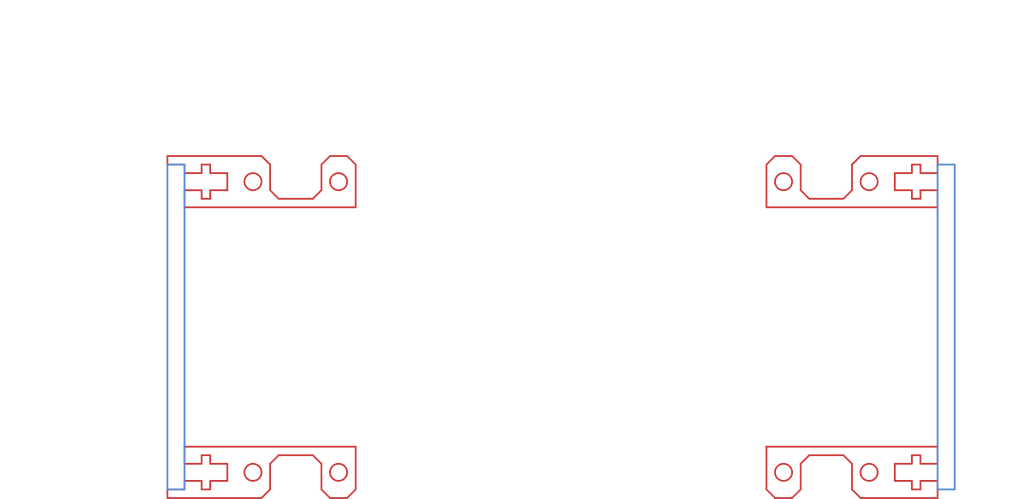
<source format=kicad_pcb>
(kicad_pcb
	(version 20240108)
	(generator "pcbnew")
	(generator_version "8.0")
	(general
		(thickness 1.6)
		(legacy_teardrops no)
	)
	(paper "A4")
	(layers
		(0 "F.Cu" signal)
		(31 "B.Cu" signal)
		(32 "B.Adhes" user "B.Adhesive")
		(33 "F.Adhes" user "F.Adhesive")
		(34 "B.Paste" user)
		(35 "F.Paste" user)
		(36 "B.SilkS" user "B.Silkscreen")
		(37 "F.SilkS" user "F.Silkscreen")
		(38 "B.Mask" user)
		(39 "F.Mask" user)
		(40 "Dwgs.User" user "User.Drawings")
		(41 "Cmts.User" user "User.Comments")
		(42 "Eco1.User" user "User.Eco1")
		(43 "Eco2.User" user "User.Eco2")
		(44 "Edge.Cuts" user)
		(45 "Margin" user)
		(46 "B.CrtYd" user "B.Courtyard")
		(47 "F.CrtYd" user "F.Courtyard")
		(48 "B.Fab" user)
		(49 "F.Fab" user)
		(50 "User.1" user)
		(51 "User.2" user)
		(52 "User.3" user)
		(53 "User.4" user)
		(54 "User.5" user)
		(55 "User.6" user)
		(56 "User.7" user)
		(57 "User.8" user)
		(58 "User.9" user)
	)
	(setup
		(pad_to_mask_clearance 0)
		(allow_soldermask_bridges_in_footprints no)
		(pcbplotparams
			(layerselection 0x00010fc_ffffffff)
			(plot_on_all_layers_selection 0x0000000_00000000)
			(disableapertmacros no)
			(usegerberextensions no)
			(usegerberattributes yes)
			(usegerberadvancedattributes yes)
			(creategerberjobfile yes)
			(dashed_line_dash_ratio 12.000000)
			(dashed_line_gap_ratio 3.000000)
			(svgprecision 4)
			(plotframeref no)
			(viasonmask no)
			(mode 1)
			(useauxorigin no)
			(hpglpennumber 1)
			(hpglpenspeed 20)
			(hpglpendiameter 15.000000)
			(pdf_front_fp_property_popups yes)
			(pdf_back_fp_property_popups yes)
			(dxfpolygonmode yes)
			(dxfimperialunits yes)
			(dxfusepcbnewfont yes)
			(psnegative no)
			(psa4output no)
			(plotreference yes)
			(plotvalue yes)
			(plotfptext yes)
			(plotinvisibletext no)
			(sketchpadsonfab no)
			(subtractmaskfromsilk no)
			(outputformat 1)
			(mirror no)
			(drillshape 1)
			(scaleselection 1)
			(outputdirectory "")
		)
	)
	(net 0 "")
	(gr_circle
		(center 120 63)
		(end 121 63)
		(stroke
			(width 0.2)
			(type default)
		)
		(fill none)
		(layer "F.Cu")
		(uuid "00693a54-b44f-4732-b6de-1b693f840729")
	)
	(gr_line
		(start 112 99)
		(end 112 96)
		(stroke
			(width 0.2)
			(type default)
		)
		(layer "F.Cu")
		(uuid "0210a8c6-7f9f-499c-a024-6e665aea8eef")
	)
	(gr_line
		(start 188 96)
		(end 190 96)
		(stroke
			(width 0.2)
			(type default)
		)
		(layer "F.Cu")
		(uuid "02abd689-90ad-4b06-8d39-5404d7486761")
	)
	(gr_line
		(start 170 99)
		(end 170 94)
		(stroke
			(width 0.2)
			(type default)
		)
		(layer "F.Cu")
		(uuid "03a8b501-0d96-4ad8-a2f3-c4b6a3e124d4")
	)
	(gr_line
		(start 117 95)
		(end 118 96)
		(stroke
			(width 0.2)
			(type default)
		)
		(layer "F.Cu")
		(uuid "03d09f1b-829a-469b-b036-2eb9abefda80")
	)
	(gr_line
		(start 173 60)
		(end 171 60)
		(stroke
			(width 0.2)
			(type default)
		)
		(layer "F.Cu")
		(uuid "059e20ea-4bb8-45cf-a8b8-dbfccfacebb3")
	)
	(gr_line
		(start 181 60)
		(end 180 61)
		(stroke
			(width 0.2)
			(type default)
		)
		(layer "F.Cu")
		(uuid "068ae2b9-fc7b-43d8-a39e-12e7555566e2")
	)
	(gr_line
		(start 105 65)
		(end 104 65)
		(stroke
			(width 0.2)
			(type default)
		)
		(layer "F.Cu")
		(uuid "081e7cdf-fc60-4058-9334-ebfdff0fc0b2")
	)
	(gr_line
		(start 190 100)
		(end 190 98)
		(stroke
			(width 0.2)
			(type default)
		)
		(layer "F.Cu")
		(uuid "0bc7fe6b-5d8f-40ed-a1d0-659c28127edf")
	)
	(gr_circle
		(center 182 63)
		(end 181 63)
		(stroke
			(width 0.2)
			(type default)
		)
		(fill none)
		(layer "F.Cu")
		(uuid "0f293f81-b3b4-42cf-abc1-df5a6bdb046f")
	)
	(gr_line
		(start 185 96)
		(end 187 96)
		(stroke
			(width 0.2)
			(type default)
		)
		(layer "F.Cu")
		(uuid "0f44fb1b-934b-43b3-9c6c-c6334dd94769")
	)
	(gr_line
		(start 188 98)
		(end 188 99)
		(stroke
			(width 0.2)
			(type default)
		)
		(layer "F.Cu")
		(uuid "11f49d10-ae41-4d45-9244-f3e404d2fda4")
	)
	(gr_line
		(start 112 96)
		(end 113 95)
		(stroke
			(width 0.2)
			(type default)
		)
		(layer "F.Cu")
		(uuid "12bfdf96-a233-45f0-b4f9-c7e4587e7620")
	)
	(gr_line
		(start 174 64)
		(end 174 61)
		(stroke
			(width 0.2)
			(type default)
		)
		(layer "F.Cu")
		(uuid "19340254-a6ac-429d-a358-6674537df758")
	)
	(gr_circle
		(center 110 97)
		(end 111 97)
		(stroke
			(width 0.2)
			(type default)
		)
		(fill none)
		(layer "F.Cu")
		(uuid "1993f446-fd41-4408-ad99-0142b3f9c54f")
	)
	(gr_line
		(start 107 64)
		(end 105 64)
		(stroke
			(width 0.2)
			(type default)
		)
		(layer "F.Cu")
		(uuid "1c489d0f-c9c7-4aaa-8f67-9661139c8df1")
	)
	(gr_line
		(start 179 95)
		(end 175 95)
		(stroke
			(width 0.2)
			(type default)
		)
		(layer "F.Cu")
		(uuid "1f710b92-ddc7-44f9-8dfe-f24d007462b2")
	)
	(gr_line
		(start 100 61)
		(end 100 60)
		(stroke
			(width 0.2)
			(type default)
		)
		(layer "F.Cu")
		(uuid "200a9ad2-c170-497c-a968-d2fb8156e4bd")
	)
	(gr_line
		(start 190 64)
		(end 190 66)
		(stroke
			(width 0.2)
			(type default)
		)
		(layer "F.Cu")
		(uuid "2642cf43-ba97-4b5b-84e1-63956630217b")
	)
	(gr_line
		(start 105 62)
		(end 107 62)
		(stroke
			(width 0.2)
			(type default)
		)
		(layer "F.Cu")
		(uuid "26d717f9-2794-485d-844c-c0475a875ee8")
	)
	(gr_line
		(start 190 100)
		(end 181 100)
		(stroke
			(width 0.2)
			(type default)
		)
		(layer "F.Cu")
		(uuid "2a6e5463-4f2d-4b4a-8b34-2de93dfe576e")
	)
	(gr_line
		(start 181 100)
		(end 180 99)
		(stroke
			(width 0.2)
			(type default)
		)
		(layer "F.Cu")
		(uuid "2b1c3005-c3fa-4718-9186-0c1b8e86ee91")
	)
	(gr_line
		(start 180 99)
		(end 180 96)
		(stroke
			(width 0.2)
			(type default)
		)
		(layer "F.Cu")
		(uuid "2b1f1fbd-a6f9-4fb5-aeb8-aa549ba935e8")
	)
	(gr_line
		(start 185 62)
		(end 185 64)
		(stroke
			(width 0.2)
			(type default)
		)
		(layer "F.Cu")
		(uuid "2bdcba3b-ad67-45f8-b23f-b51ef20dcfaa")
	)
	(gr_line
		(start 105 98)
		(end 107 98)
		(stroke
			(width 0.2)
			(type default)
		)
		(layer "F.Cu")
		(uuid "2d862abb-ee84-4c6e-b675-8cb43eba6060")
	)
	(gr_line
		(start 100 100)
		(end 111 100)
		(stroke
			(width 0.2)
			(type default)
		)
		(layer "F.Cu")
		(uuid "2eb3d590-a4c0-42d5-922f-dba389038b6d")
	)
	(gr_line
		(start 113 65)
		(end 117 65)
		(stroke
			(width 0.2)
			(type default)
		)
		(layer "F.Cu")
		(uuid "3174d032-85e3-44a1-9a29-702f873a4f61")
	)
	(gr_line
		(start 111 60)
		(end 112 61)
		(stroke
			(width 0.2)
			(type default)
		)
		(layer "F.Cu")
		(uuid "3225e018-5e4c-4627-8f44-f90598cfa2f1")
	)
	(gr_line
		(start 100 99)
		(end 100 100)
		(stroke
			(width 0.2)
			(type default)
		)
		(layer "F.Cu")
		(uuid "32a4208e-f3b0-4384-82a1-8588a44be713")
	)
	(gr_line
		(start 117 65)
		(end 118 64)
		(stroke
			(width 0.2)
			(type default)
		)
		(layer "F.Cu")
		(uuid "352adfd7-97d8-4960-ac62-84291454a47d")
	)
	(gr_line
		(start 105 95)
		(end 104 95)
		(stroke
			(width 0.2)
			(type default)
		)
		(layer "F.Cu")
		(uuid "35ce5e02-9d3b-49a0-906c-a252638ad980")
	)
	(gr_line
		(start 119 100)
		(end 121 100)
		(stroke
			(width 0.2)
			(type default)
		)
		(layer "F.Cu")
		(uuid "369e36ad-b8bb-4c6e-a63d-b07b378f5361")
	)
	(gr_line
		(start 105 96)
		(end 105 95)
		(stroke
			(width 0.2)
			(type default)
		)
		(layer "F.Cu")
		(uuid "373fa74c-67f6-4833-adc8-698dea3ebd63")
	)
	(gr_line
		(start 118 64)
		(end 118 61)
		(stroke
			(width 0.2)
			(type default)
		)
		(layer "F.Cu")
		(uuid "37cf2b11-f7c1-45e1-a24a-9a382dd60d43")
	)
	(gr_line
		(start 175 65)
		(end 174 64)
		(stroke
			(width 0.2)
			(type default)
		)
		(layer "F.Cu")
		(uuid "3b288747-54ad-4d6a-9b0a-b7e3a4e7e548")
	)
	(gr_line
		(start 190 62)
		(end 188 62)
		(stroke
			(width 0.2)
			(type default)
		)
		(layer "F.Cu")
		(uuid "3bbb46cd-dd98-4265-80a3-b3b21240db8b")
	)
	(gr_line
		(start 104 62)
		(end 104 61)
		(stroke
			(width 0.2)
			(type default)
		)
		(layer "F.Cu")
		(uuid "3d85aaf6-4358-42bf-9b5e-2f8eefa276cb")
	)
	(gr_line
		(start 188 62)
		(end 188 61)
		(stroke
			(width 0.2)
			(type default)
		)
		(layer "F.Cu")
		(uuid "442cb191-2dc1-4c8b-af6a-b2e27b322e23")
	)
	(gr_line
		(start 118 99)
		(end 119 100)
		(stroke
			(width 0.2)
			(type default)
		)
		(layer "F.Cu")
		(uuid "446a704b-ddcf-4119-9142-db62a1f71024")
	)
	(gr_line
		(start 187 98)
		(end 185 98)
		(stroke
			(width 0.2)
			(type default)
		)
		(layer "F.Cu")
		(uuid "45b477ed-e779-402e-96d6-7d1144ef7be5")
	)
	(gr_line
		(start 102 99)
		(end 102 98)
		(stroke
			(width 0.2)
			(type default)
		)
		(layer "F.Cu")
		(uuid "4a40e132-cb3a-465c-8ede-4c9c6746b060")
	)
	(gr_line
		(start 180 61)
		(end 180 64)
		(stroke
			(width 0.2)
			(type default)
		)
		(layer "F.Cu")
		(uuid "4d35cbd9-f40e-4e03-b02e-a6499e6f3ead")
	)
	(gr_circle
		(center 110 63)
		(end 111 63)
		(stroke
			(width 0.2)
			(type default)
		)
		(fill none)
		(layer "F.Cu")
		(uuid "4e703ca7-37ef-4ad0-ae52-3efa131f63b6")
	)
	(gr_line
		(start 102 61)
		(end 100 61)
		(stroke
			(width 0.2)
			(type default)
		)
		(layer "F.Cu")
		(uuid "4e8251e6-9927-4e7d-9c82-f99c50aca4b3")
	)
	(gr_line
		(start 185 98)
		(end 185 96)
		(stroke
			(width 0.2)
			(type default)
		)
		(layer "F.Cu")
		(uuid "5118f10b-db18-448b-af93-dc1bb4aa77bb")
	)
	(gr_line
		(start 118 96)
		(end 118 99)
		(stroke
			(width 0.2)
			(type default)
		)
		(layer "F.Cu")
		(uuid "545cfdba-c076-4d1f-8ea5-bf80a6895f40")
	)
	(gr_line
		(start 188 64)
		(end 190 64)
		(stroke
			(width 0.2)
			(type default)
		)
		(layer "F.Cu")
		(uuid "54ec7691-1bb2-44a8-a9c8-e41f486ed061")
	)
	(gr_line
		(start 107 96)
		(end 105 96)
		(stroke
			(width 0.2)
			(type default)
		)
		(layer "F.Cu")
		(uuid "55f4127f-ea6c-492b-868f-2ef86892f601")
	)
	(gr_line
		(start 107 62)
		(end 107 64)
		(stroke
			(width 0.2)
			(type default)
		)
		(layer "F.Cu")
		(uuid "56102198-94d5-403c-bc02-1bbb3b2b4cbd")
	)
	(gr_line
		(start 102 61)
		(end 102 62)
		(stroke
			(width 0.2)
			(type default)
		)
		(layer "F.Cu")
		(uuid "56310396-b7c4-4efc-a963-927f088982ea")
	)
	(gr_line
		(start 190 98)
		(end 188 98)
		(stroke
			(width 0.2)
			(type default)
		)
		(layer "F.Cu")
		(uuid "582b4b4b-00a4-468a-a693-611408dea9db")
	)
	(gr_line
		(start 104 98)
		(end 104 99)
		(stroke
			(width 0.2)
			(type default)
		)
		(layer "F.Cu")
		(uuid "5b23f1bf-63c3-4539-8728-049ce3c12194")
	)
	(gr_line
		(start 171 60)
		(end 170 61)
		(stroke
			(width 0.2)
			(type default)
		)
		(layer "F.Cu")
		(uuid "5f49c237-71bb-42be-b371-3e2c1b3854bd")
	)
	(gr_circle
		(center 120 97)
		(end 121 97)
		(stroke
			(width 0.2)
			(type default)
		)
		(fill none)
		(layer "F.Cu")
		(uuid "644d5873-aaf3-4245-bf43-8817540bd3d9")
	)
	(gr_line
		(start 187 95)
		(end 188 95)
		(stroke
			(width 0.2)
			(type default)
		)
		(layer "F.Cu")
		(uuid "650d0b7a-5de1-4347-a8c0-1b5390e9f499")
	)
	(gr_line
		(start 185 64)
		(end 187 64)
		(stroke
			(width 0.2)
			(type default)
		)
		(layer "F.Cu")
		(uuid "65f9c505-b184-489a-a243-2d336fac8b05")
	)
	(gr_line
		(start 102 62)
		(end 104 62)
		(stroke
			(width 0.2)
			(type default)
		)
		(layer "F.Cu")
		(uuid "668bd5b3-136c-4022-ae8c-67e757ecb73e")
	)
	(gr_line
		(start 173 100)
		(end 171 100)
		(stroke
			(width 0.2)
			(type default)
		)
		(layer "F.Cu")
		(uuid "66f41d64-25d9-45ea-8007-402346eee7e4")
	)
	(gr_line
		(start 170 61)
		(end 170 66)
		(stroke
			(width 0.2)
			(type default)
		)
		(layer "F.Cu")
		(uuid "67906e82-8970-42b5-aa0a-ebb67c5a8b11")
	)
	(gr_line
		(start 104 61)
		(end 105 61)
		(stroke
			(width 0.2)
			(type default)
		)
		(layer "F.Cu")
		(uuid "68977bfd-b322-4330-9943-6f2f0503c1aa")
	)
	(gr_line
		(start 170 94)
		(end 190 94)
		(stroke
			(width 0.2)
			(type default)
		)
		(layer "F.Cu")
		(uuid "764308e3-f5fb-4fff-bcc5-f10de18b0a5a")
	)
	(gr_line
		(start 187 64)
		(end 187 65)
		(stroke
			(width 0.2)
			(type default)
		)
		(layer "F.Cu")
		(uuid "76d68a67-82e6-486b-9f85-c86937e5373e")
	)
	(gr_line
		(start 174 96)
		(end 174 99)
		(stroke
			(width 0.2)
			(type default)
		)
		(layer "F.Cu")
		(uuid "7b07514e-645c-4062-a7c6-d622c7ef866c")
	)
	(gr_line
		(start 118 61)
		(end 119 60)
		(stroke
			(width 0.2)
			(type default)
		)
		(layer "F.Cu")
		(uuid "86b85782-5c2c-4520-a3e7-dbdbc9a5302e")
	)
	(gr_line
		(start 188 61)
		(end 187 61)
		(stroke
			(width 0.2)
			(type default)
		)
		(layer "F.Cu")
		(uuid "8a7ebdd3-0c35-4deb-8b02-a812ba8e38fa")
	)
	(gr_line
		(start 187 62)
		(end 185 62)
		(stroke
			(width 0.2)
			(type default)
		)
		(layer "F.Cu")
		(uuid "8d205db8-3c3e-4d7b-a113-13d4f675bcd3")
	)
	(gr_line
		(start 119 60)
		(end 121 60)
		(stroke
			(width 0.2)
			(type default)
		)
		(layer "F.Cu")
		(uuid "8dbb139e-1246-4301-9951-f0a6765b59aa")
	)
	(gr_line
		(start 190 60)
		(end 181 60)
		(stroke
			(width 0.2)
			(type default)
		)
		(layer "F.Cu")
		(uuid "91b29679-711e-4962-ad2e-12c7ceb93bb4")
	)
	(gr_line
		(start 102 96)
		(end 102 94)
		(stroke
			(width 0.2)
			(type default)
		)
		(layer "F.Cu")
		(uuid "928ade7e-c0be-48aa-adef-0d4f1e5d012d")
	)
	(gr_line
		(start 175 95)
		(end 174 96)
		(stroke
			(width 0.2)
			(type default)
		)
		(layer "F.Cu")
		(uuid "92beac7b-96e5-4322-9cae-5e621e2307b9")
	)
	(gr_line
		(start 187 61)
		(end 187 62)
		(stroke
			(width 0.2)
			(type default)
		)
		(layer "F.Cu")
		(uuid "94628fae-5e7f-469a-b388-58979c90a4bd")
	)
	(gr_line
		(start 188 65)
		(end 188 64)
		(stroke
			(width 0.2)
			(type default)
		)
		(layer "F.Cu")
		(uuid "94a456b9-3d11-436b-9eb6-e66a615e3486")
	)
	(gr_line
		(start 104 96)
		(end 102 96)
		(stroke
			(width 0.2)
			(type default)
		)
		(layer "F.Cu")
		(uuid "959557f5-e422-4c7b-93b3-037157d83e0c")
	)
	(gr_line
		(start 111 100)
		(end 112 99)
		(stroke
			(width 0.2)
			(type default)
		)
		(layer "F.Cu")
		(uuid "95f6e260-6453-46bf-9a16-44a721e49b6c")
	)
	(gr_line
		(start 170 66)
		(end 190 66)
		(stroke
			(width 0.2)
			(type default)
		)
		(layer "F.Cu")
		(uuid "98f2b52f-9608-444d-85f9-16b2eca1d88c")
	)
	(gr_line
		(start 112 61)
		(end 112 64)
		(stroke
			(width 0.2)
			(type default)
		)
		(layer "F.Cu")
		(uuid "9c02126e-fec6-4bbc-bb57-0a07c19f85f5")
	)
	(gr_line
		(start 107 98)
		(end 107 96)
		(stroke
			(width 0.2)
			(type default)
		)
		(layer "F.Cu")
		(uuid "a0540c31-22f6-4f28-b723-4da20552b318")
	)
	(gr_circle
		(center 172 63)
		(end 171 63)
		(stroke
			(width 0.2)
			(type default)
		)
		(fill none)
		(layer "F.Cu")
		(uuid "a6f1a4f3-772e-496f-808b-3f8f8f78d941")
	)
	(gr_line
		(start 104 65)
		(end 104 64)
		(stroke
			(width 0.2)
			(type default)
		)
		(layer "F.Cu")
		(uuid "aa74be42-5059-4842-af6f-20482ae26955")
	)
	(gr_line
		(start 180 96)
		(end 179 95)
		(stroke
			(width 0.2)
			(type default)
		)
		(layer "F.Cu")
		(uuid "aa985c9c-bc58-4104-8f5e-9105e00ab174")
	)
	(gr_line
		(start 187 96)
		(end 187 95)
		(stroke
			(width 0.2)
			(type default)
		)
		(layer "F.Cu")
		(uuid "ae0d57ab-a9a3-4e35-bcd7-bf43f6762114")
	)
	(gr_circle
		(center 172 97)
		(end 171 97)
		(stroke
			(width 0.2)
			(type default)
		)
		(fill none)
		(layer "F.Cu")
		(uuid "b0247d06-bfa8-426d-b5ba-663b6211bbea")
	)
	(gr_line
		(start 104 99)
		(end 105 99)
		(stroke
			(width 0.2)
			(type default)
		)
		(layer "F.Cu")
		(uuid "ba5e9ae7-1780-4263-a8f2-197911f36552")
	)
	(gr_line
		(start 174 61)
		(end 173 60)
		(stroke
			(width 0.2)
			(type default)
		)
		(layer "F.Cu")
		(uuid "bac51433-7bc0-49b8-9787-c5191fdd4fe5")
	)
	(gr_circle
		(center 182 97)
		(end 181 97)
		(stroke
			(width 0.2)
			(type default)
		)
		(fill none)
		(layer "F.Cu")
		(uuid "bb2032d9-938e-447e-acd9-c48c409d55bd")
	)
	(gr_line
		(start 122 99)
		(end 122 94)
		(stroke
			(width 0.2)
			(type default)
		)
		(layer "F.Cu")
		(uuid "bd41bbf6-46c3-414f-b334-6eada97ad050")
	)
	(gr_line
		(start 179 65)
		(end 175 65)
		(stroke
			(width 0.2)
			(type default)
		)
		(layer "F.Cu")
		(uuid "bf221653-ee4f-4b3b-8dfd-bd08ef70a1fa")
	)
	(gr_line
		(start 113 95)
		(end 117 95)
		(stroke
			(width 0.2)
			(type default)
		)
		(layer "F.Cu")
		(uuid "c0e22da2-353a-447a-9464-75130d9fe609")
	)
	(gr_line
		(start 104 95)
		(end 104 96)
		(stroke
			(width 0.2)
			(type default)
		)
		(layer "F.Cu")
		(uuid "c3dd6b93-21ab-4734-a409-7d1646ffe01a")
	)
	(gr_line
		(start 180 64)
		(end 179 65)
		(stroke
			(width 0.2)
			(type default)
		)
		(layer "F.Cu")
		(uuid "c830898e-cfbd-43fb-985e-0e76fa368e64")
	)
	(gr_line
		(start 102 64)
		(end 102 66)
		(stroke
			(width 0.2)
			(type default)
		)
		(layer "F.Cu")
		(uuid "cae46c51-b543-412d-a968-0cc1c522c2a8")
	)
	(gr_line
		(start 121 60)
		(end 122 61)
		(stroke
			(width 0.2)
			(type default)
		)
		(layer "F.Cu")
		(uuid "cbb6c9eb-6c15-4bf3-8948-3b2c1c069235")
	)
	(gr_line
		(start 102 98)
		(end 104 98)
		(stroke
			(width 0.2)
			(type default)
		)
		(layer "F.Cu")
		(uuid "d07c6baf-98da-4ca0-9e2f-1997bb966434")
	)
	(gr_line
		(start 187 65)
		(end 188 65)
		(stroke
			(width 0.2)
			(type default)
		)
		(layer "F.Cu")
		(uuid "d2836f02-cda2-4cdc-aa29-7a3bb0ca0353")
	)
	(gr_line
		(start 112 64)
		(end 113 65)
		(stroke
			(width 0.2)
			(type default)
		)
		(layer "F.Cu")
		(uuid "da41e2e6-6add-49c9-a881-ac94c5672054")
	)
	(gr_line
		(start 122 94)
		(end 102 94)
		(stroke
			(width 0.2)
			(type default)
		)
		(layer "F.Cu")
		(uuid "db219d83-ac04-481e-a9bb-976b051437bd")
	)
	(gr_line
		(start 187 99)
		(end 187 98)
		(stroke
			(width 0.2)
			(type default)
		)
		(layer "F.Cu")
		(uuid "dcc4f4ee-5622-4ad7-b065-ad4eadb20729")
	)
	(gr_line
		(start 171 100)
		(end 170 99)
		(stroke
			(width 0.2)
			(type default)
		)
		(layer "F.Cu")
		(uuid "dcde3d85-70d1-4f38-a265-158ab0b1cd4d")
	)
	(gr_line
		(start 174 99)
		(end 173 100)
		(stroke
			(width 0.2)
			(type default)
		)
		(layer "F.Cu")
		(uuid "dd3ddf74-48c8-417c-8026-4c7896f54af3")
	)
	(gr_line
		(start 188 99)
		(end 187 99)
		(stroke
			(width 0.2)
			(type default)
		)
		(layer "F.Cu")
		(uuid "de77b467-b330-4b25-9b48-264bd615259f")
	)
	(gr_line
		(start 105 64)
		(end 105 65)
		(stroke
			(width 0.2)
			(type default)
		)
		(layer "F.Cu")
		(uuid "de886fec-ed62-4971-9c28-bc4f402e599a")
	)
	(gr_line
		(start 105 61)
		(end 105 62)
		(stroke
			(width 0.2)
			(type default)
		)
		(layer "F.Cu")
		(uuid "e14845f7-afbd-4aa9-9fd0-0c80ecc01895")
	)
	(gr_line
		(start 104 64)
		(end 102 64)
		(stroke
			(width 0.2)
			(type default)
		)
		(layer "F.Cu")
		(uuid "e346e1c1-889c-47c5-b621-5b087985e957")
	)
	(gr_line
		(start 190 60)
		(end 190 62)
		(stroke
			(width 0.2)
			(type default)
		)
		(layer "F.Cu")
		(uuid "e4c5cb8d-091c-4434-8556-811fb9220bfa")
	)
	(gr_line
		(start 122 66)
		(end 102 66)
		(stroke
			(width 0.2)
			(type default)
		)
		(layer "F.Cu")
		(uuid "e93b124c-8dc5-4c10-b8bc-d5fad9e93cfa")
	)
	(gr_line
		(start 122 61)
		(end 122 66)
		(stroke
			(width 0.2)
			(type default)
		)
		(layer "F.Cu")
		(uuid "eb08cf47-c0a2-40d5-8075-6029491f3d43")
	)
	(gr_line
		(start 105 99)
		(end 105 98)
		(stroke
			(width 0.2)
			(type default)
		)
		(layer "F.Cu")
		(uuid "eb9b13d6-b169-4d55-a0df-de8e65fc2c15")
	)
	(gr_line
		(start 102 99)
		(end 100 99)
		(stroke
			(width 0.2)
			(type default)
		)
		(layer "F.Cu")
		(uuid "f37b8a96-8acd-483c-b0de-492b843fdddf")
	)
	(gr_line
		(start 188 95)
		(end 188 96)
		(stroke
			(width 0.2)
			(type default)
		)
		(layer "F.Cu")
		(uuid "f5d6082b-d68e-4bcb-9878-dc6d4ca88adf")
	)
	(gr_line
		(start 190 96)
		(end 190 94)
		(stroke
			(width 0.2)
			(type default)
		)
		(layer "F.Cu")
		(uuid "f63c9e47-3839-4d91-a650-43ebe55c4240")
	)
	(gr_line
		(start 121 100)
		(end 122 99)
		(stroke
			(width 0.2)
			(type default)
		)
		(layer "F.Cu")
		(uuid "f9bf6cd4-6379-4cb5-bb64-5a678cebb1c4")
	)
	(gr_line
		(start 100 60)
		(end 111 60)
		(stroke
			(width 0.2)
			(type default)
		)
		(layer "F.Cu")
		(uuid "fe934bd4-2067-49bf-8ae8-019dbfab5edb")
	)
	(gr_line
		(start 100 61)
		(end 100 99)
		(stroke
			(width 0.2)
			(type default)
		)
		(layer "B.Cu")
		(uuid "3171ebc8-dd21-40ca-9f82-138d4ecf7c0c")
	)
	(gr_line
		(start 102 99)
		(end 102 61)
		(stroke
			(width 0.2)
			(type default)
		)
		(layer "B.Cu")
		(uuid "517c9418-0074-47ee-bb72-1b4fde94855c")
	)
	(gr_line
		(start 192 61)
		(end 192 99)
		(stroke
			(width 0.2)
			(type default)
		)
		(layer "B.Cu")
		(uuid "8381dcf9-ae53-42e8-9c4f-c9b509a52c9c")
	)
	(gr_line
		(start 192 99)
		(end 190 99)
		(stroke
			(width 0.2)
			(type default)
		)
		(layer "B.Cu")
		(uuid "9ed7a641-ed8c-4485-8d9a-898de56f9063")
	)
	(gr_line
		(start 190 99)
		(end 190 61)
		(stroke
			(width 0.2)
			(type default)
		)
		(layer "B.Cu")
		(uuid "b86383c3-0723-47f7-a46a-7bca205fad6a")
	)
	(gr_line
		(start 102 61)
		(end 100 61)
		(stroke
			(width 0.2)
			(type default)
		)
		(layer "B.Cu")
		(uuid "ba8773c5-62a4-4418-be96-d599fecf1001")
	)
	(gr_line
		(start 190 61)
		(end 192 61)
		(stroke
			(width 0.2)
			(type default)
		)
		(layer "B.Cu")
		(uuid "c4634672-fe85-4fe7-932c-955e3268ad4d")
	)
	(gr_line
		(start 100 99)
		(end 102 99)
		(stroke
			(width 0.2)
			(type default)
		)
		(layer "B.Cu")
		(uuid "eb3314c1-c157-477c-9b00-609858278722")
	)
	(gr_line
		(start 100 80)
		(end 123 82)
		(stroke
			(width 0.2)
			(type default)
		)
		(layer "Dwgs.User")
		(uuid "17868424-1d3f-4de3-818e-3eb5ced121af")
	)
	(gr_line
		(start 140 78)
		(end 123 80)
		(stroke
			(width 0.2)
			(type default)
		)
		(layer "Dwgs.User")
		(uuid "1fc6de21-8f75-46d7-b73f-77e7ed188f0d")
	)
	(gr_line
		(start 150 81)
		(end 140 78)
		(stroke
			(width 0.2)
			(type default)
		)
		(layer "Dwgs.User")
		(uuid "274e264c-46ae-4aa1-b0fe-ab076a9d0a90")
	)
	(gr_line
		(start 165 79)
		(end 150 81)
		(stroke
			(width 0.2)
			(type default)
		)
		(layer "Dwgs.User")
		(uuid "35a07611-a859-405d-851d-6f9c4883fc14")
	)
	(gr_line
		(start 200 100)
		(end 100 100)
		(stroke
			(width 0.2)
			(type default)
		)
		(layer "Dwgs.User")
		(uuid "464b96d4-3168-44ad-97a9-750434bef790")
	)
	(gr_line
		(start 165 81)
		(end 183 83)
		(stroke
			(width 0.2)
			(type default)
		)
		(layer "Dwgs.User")
		(uuid "6dff7f4d-3e98-420f-9a4c-448c4e2863d3")
	)
	(gr_line
		(start 190 78)
		(end 183 81)
		(stroke
			(width 0.2)
			(type default)
		)
		(layer "Dwgs.User")
		(uuid "6f356b7e-92ef-483d-9180-a94f2fee994c")
	)
	(gr_line
		(start 200 60)
		(end 200 80)
		(stroke
			(width 0.2)
			(type default)
		)
		(layer "Dwgs.User")
		(uuid "782403ed-84e3-4967-8fbc-f17de6474289")
	)
	(gr_line
		(start 200 80)
		(end 190 78)
		(stroke
			(width 0.2)
			(type default)
		)
		(layer "Dwgs.User")
		(uuid "8883b5b4-6362-4c57-a54a-2745bb31b763")
	)
	(gr_line
		(start 123 80)
		(end 100 78)
		(stroke
			(width 0.2)
			(type default)
		)
		(layer "Dwgs.User")
		(uuid "96c0c30a-0d96-426e-8f98-4e886ec00e02")
	)
	(gr_line
		(start 123 82)
		(end 140 80)
		(stroke
			(width 0.2)
			(type default)
		)
		(layer "Dwgs.User")
		(uuid "997b0125-074a-4eca-96eb-d2d7f7dcfbbe")
	)
	(gr_line
		(start 183 81)
		(end 165 79)
		(stroke
			(width 0.2)
			(type default)
		)
		(layer "Dwgs.User")
		(uuid "9bf3519a-e8c9-4b20-ace4-f471fc3ca252")
	)
	(gr_line
		(start 100 60)
		(end 200 60)
		(stroke
			(width 0.2)
			(type default)
		)
		(layer "Dwgs.User")
		(uuid "9fc59e60-7a2e-426a-a788-eb5256006d25")
	)
	(gr_line
		(start 140 80)
		(end 150 83)
		(stroke
			(width 0.2)
			(type default)
		)
		(layer "Dwgs.User")
		(uuid "a0d548b0-ff77-41fd-a515-8532d7014c73")
	)
	(gr_line
		(start 100 100)
		(end 100 80)
		(stroke
			(width 0.2)
			(type default)
		)
		(layer "Dwgs.User")
		(uuid "ae81fecc-13d8-4d4a-8d94-a958b486305a")
	)
	(gr_line
		(start 183 83)
		(end 190 80)
		(stroke
			(width 0.2)
			(type default)
		)
		(layer "Dwgs.User")
		(uuid "b7746b42-7113-4822-a89f-560b81c6d2c2")
	)
	(gr_line
		(start 100 78)
		(end 100 60)
		(stroke
			(width 0.2)
			(type default)
		)
		(layer "Dwgs.User")
		(uuid "c841177b-a1c3-4b90-b8d6-f0254a58d344")
	)
	(gr_line
		(start 150 83)
		(end 165 81)
		(stroke
			(width 0.2)
			(type default)
		)
		(layer "Dwgs.User")
		(uuid "d6d70cb5-8491-4cd5-8d35-67769434d9b8")
	)
	(gr_line
		(start 190 80)
		(end 200 82)
		(stroke
			(width 0.2)
			(type default)
		)
		(layer "Dwgs.User")
		(uuid "d787864c-0afc-4116-ade7-ce37617b1f79")
	)
	(gr_line
		(start 200 82)
		(end 200 100)
		(stroke
			(width 0.2)
			(type default)
		)
		(layer "Dwgs.User")
		(uuid "f2847dd6-4dd5-4e55-9ff3-7bbee162efe0")
	)
	(gr_text "(Front panel height)"
		(at 88 80 90)
		(layer "Cmts.User")
		(uuid "32c0ad7f-a467-4b18-81ff-bf167ea1103f")
		(effects
			(font
				(size 0.8 0.8)
				(thickness 0.15)
				(bold yes)
			)
			(justify bottom)
		)
	)
	(gr_text "(Horizontal rails mounting holes distance)"
		(at 162 80 90)
		(layer "Cmts.User")
		(uuid "4638a64c-6bee-4804-869b-b0aebc2ef070")
		(effects
			(font
				(size 0.8 0.8)
				(thickness 0.15)
				(bold yes)
			)
			(justify bottom)
		)
	)
	(gr_text "(Chassis height)"
		(at 83 80 90)
		(layer "Cmts.User")
		(uuid "6cc89b8f-b1b8-47ad-96fe-156c09e0f19a")
		(effects
			(font
				(size 0.8 0.8)
				(thickness 0.15)
				(bold yes)
			)
			(justify bottom)
		)
	)
	(gr_text "(eg. Schroff H-KD)"
		(at 135 77 0)
		(layer "Cmts.User")
		(uuid "7ccdee3f-632b-46ad-8d2c-11f2e3e3fc51")
		(effects
			(font
				(size 0.8 0.8)
				(thickness 0.15)
				(bold yes)
			)
			(justify bottom)
		)
	)
	(gr_text "(Front panel to backplane distance)"
		(at 145 48 0)
		(layer "Cmts.User")
		(uuid "7fbb4855-c8b2-4dee-b643-87f6e33fed3d")
		(effects
			(font
				(size 0.8 0.8)
				(thickness 0.15)
				(bold yes)
			)
			(justify bottom)
		)
	)
	(gr_text "(Nominal distance for 70 mm subrack depth)"
		(at 145 55 0)
		(layer "Cmts.User")
		(uuid "806e4907-e7c6-4b41-91c0-7a04293ec325")
		(effects
			(font
				(size 0.8 0.8)
				(thickness 0.15)
				(bold yes)
			)
			(justify bottom)
		)
	)
	(gr_text "(Maximum depth)"
		(at 150 43 0)
		(layer "Cmts.User")
		(uuid "98dabe3d-235d-4695-a474-720db6249603")
		(effects
			(font
				(size 0.8 0.8)
				(thickness 0.15)
				(bold yes)
			)
			(justify bottom)
		)
	)
	(gr_text "(Front panel mounting holes distance)"
		(at 93 80 90)
		(layer "Cmts.User")
		(uuid "a54362f1-69e4-4f79-95ff-6d04a66d2940")
		(effects
			(font
				(size 0.8 0.8)
				(thickness 0.15)
				(bold yes)
			)
			(justify bottom)
		)
	)
	(gr_text "(eg. Schroff H-VT)"
		(at 173 75 0)
		(layer "Cmts.User")
		(uuid "b9484620-924c-4c71-a6f8-3ebe49c51fe9")
		(effects
			(font
				(size 0.8 0.8)
				(thickness 0.15)
				(bold yes)
			)
			(justify bottom)
		)
	)
	(dimension
		(type aligned)
		(layer "Cmts.User")
		(uuid "1cefe1b0-2dab-4d07-98b7-35776926cc19")
		(pts
			(xy 172 63) (xy 172 97)
		)
		(height 8)
		(gr_text "121.95 mm"
			(at 163.05 80 90)
			(layer "Cmts.User")
			(uuid "1cefe1b0-2dab-4d07-98b7-35776926cc19")
			(effects
				(font
					(size 0.8 0.8)
					(thickness 0.15)
				)
			)
		)
		(format
			(prefix "")
			(suffix "")
			(units 3)
			(units_format 1)
			(precision 2)
			(override_value "121.95")
		)
		(style
			(thickness 0.2)
			(arrow_length 1.27)
			(text_position_mode 0)
			(extension_height 0.58642)
			(extension_offset 0.5) keep_text_aligned)
	)
	(dimension
		(type aligned)
		(layer "Cmts.User")
		(uuid "3b4a7440-0af4-4df6-8df1-639c8845af5d")
		(pts
			(xy 100 61) (xy 100 99)
		)
		(height 10)
		(gr_text "128 mm"
			(at 89.05 80 90)
			(layer "Cmts.User")
			(uuid "3b4a7440-0af4-4df6-8df1-639c8845af5d")
			(effects
				(font
					(size 0.8 0.8)
					(thickness 0.15)
				)
			)
		)
		(format
			(prefix "")
			(suffix "")
			(units 3)
			(units_format 1)
			(precision 2)
			(override_value "128")
		)
		(style
			(thickness 0.2)
			(arrow_length 1.27)
			(text_position_mode 0)
			(extension_height 0.58642)
			(extension_offset 0.5) keep_text_aligned)
	)
	(dimension
		(type aligned)
		(layer "Cmts.User")
		(uuid "599e0fe0-89a5-4278-a53b-22465d3a211e")
		(pts
			(xy 102 61) (xy 190 61)
		)
		(height -11)
		(gr_text "85.5 mm"
			(at 146 49.05 0)
			(layer "Cmts.User")
			(uuid "599e0fe0-89a5-4278-a53b-22465d3a211e")
			(effects
				(font
					(size 0.8 0.8)
					(thickness 0.15)
				)
			)
		)
		(format
			(prefix "")
			(suffix "")
			(units 3)
			(units_format 1)
			(precision 2)
			(override_value "85.5")
		)
		(style
			(thickness 0.2)
			(arrow_length 1.27)
			(text_position_mode 0)
			(extension_height 0.58642)
			(extension_offset 0.5) keep_text_aligned)
	)
	(dimension
		(type aligned)
		(layer "Cmts.User")
		(uuid "8709ce7f-5d2a-4d10-976c-33bcca6f529a")
		(pts
			(xy 106 63) (xy 106 97)
		)
		(height 11)
		(gr_text "122.5 mm"
			(at 94.05 80 90)
			(layer "Cmts.User")
			(uuid "8709ce7f-5d2a-4d10-976c-33bcca6f529a")
			(effects
				(font
					(size 0.8 0.8)
					(thickness 0.15)
				)
			)
		)
		(format
			(prefix "")
			(suffix "")
			(units 3)
			(units_format 1)
			(precision 2)
			(override_value "122.5")
		)
		(style
			(thickness 0.2)
			(arrow_length 1.27)
			(text_position_mode 0)
			(extension_height 0.58642)
			(extension_offset 0.5) keep_text_aligned)
	)
	(dimension
		(type aligned)
		(layer "Cmts.User")
		(uuid "ce771990-ff7d-410e-adcf-e6f9f4b812f0")
		(pts
			(xy 110 63) (xy 182 63)
		)
		(height -6)
		(gr_text "60 mm"
			(at 146 56.05 0)
			(layer "Cmts.User")
			(uuid "ce771990-ff7d-410e-adcf-e6f9f4b812f0")
			(effects
				(font
					(size 0.8 0.8)
					(thickness 0.15)
				)
			)
		)
		(format
			(prefix "")
			(suffix "")
			(units 3)
			(units_format 1)
			(precision 2)
			(override_value "60")
		)
		(style
			(thickness 0.2)
			(arrow_length 1.27)
			(text_position_mode 0)
			(extension_height 0.58642)
			(extension_offset 0.5) keep_text_aligned)
	)
	(dimension
		(type aligned)
		(layer "Cmts.User")
		(uuid "f78e95b8-49a7-41f0-9612-80fb7c58dd40")
		(pts
			(xy 100 60) (xy 100 100)
		)
		(height 15)
		(gr_text "132.35 mm"
			(at 84.05 80 90)
			(layer "Cmts.User")
			(uuid "f78e95b8-49a7-41f0-9612-80fb7c58dd40")
			(effects
				(font
					(size 0.8 0.8)
					(thickness 0.15)
				)
			)
		)
		(format
			(prefix "")
			(suffix "")
			(units 3)
			(units_format 1)
			(precision 2)
			(override_value "132.35")
		)
		(style
			(thickness 0.2)
			(arrow_length 1.27)
			(text_position_mode 0)
			(extension_height 0.58642)
			(extension_offset 0.5) keep_text_aligned)
	)
	(dimension
		(type leader)
		(layer "Cmts.User")
		(uuid "0f7651f4-1316-463b-b982-069c4f8ea782")
		(pts
			(xy 190 80) (xy 184 85)
		)
		(gr_text "Backplane"
			(at 178 85 0)
			(layer "Cmts.User")
			(uuid "0f7651f4-1316-463b-b982-069c4f8ea782")
			(effects
				(font
					(size 0.8 0.8)
					(thickness 0.15)
				)
			)
		)
		(format
			(prefix "")
			(suffix "")
			(units 0)
			(units_format 0)
			(precision 4)
			(override_value "Backplane")
		)
		(style
			(thickness 0.2)
			(arrow_length 1.27)
			(text_position_mode 0)
			(text_frame 1)
			(extension_offset 0.5)
		)
	)
	(dimension
		(type leader)
		(layer "Cmts.User")
		(uuid "45ad4315-2a20-48a0-bece-edf7b87bb39a")
		(pts
			(xy 181 66) (xy 179 72)
		)
		(gr_text "Rear rails"
			(at 173 72 0)
			(layer "Cmts.User")
			(uuid "45ad4315-2a20-48a0-bece-edf7b87bb39a")
			(effects
				(font
					(size 0.8 0.8)
					(thickness 0.15)
				)
			)
		)
		(format
			(prefix "")
			(suffix "")
			(units 0)
			(units_format 0)
			(precision 4)
			(override_value "Rear rails")
		)
		(style
			(thickness 0.2)
			(arrow_length 1.27)
			(text_position_mode 0)
			(text_frame 1)
			(extension_offset 0.5)
		)
	)
	(dimension
		(type leader)
		(layer "Cmts.User")
		(uuid "8ad1137a-58bc-449e-ae31-063ec4a22ead")
		(pts
			(xy 102 71) (xy 107 76)
		)
		(gr_text "Front panel"
			(at 113 76 0)
			(layer "Cmts.User")
			(uuid "8ad1137a-58bc-449e-ae31-063ec4a22ead")
			(effects
				(font
					(size 0.8 0.8)
					(thickness 0.15)
				)
			)
		)
		(format
			(prefix "")
			(suffix "")
			(units 0)
			(units_format 0)
			(precision 4)
			(override_value "Front panel")
		)
		(style
			(thickness 0.2)
			(arrow_length 1.27)
			(text_position_mode 0)
			(text_frame 1)
			(extension_offset 0.5)
		)
	)
	(dimension
		(type leader)
		(layer "Cmts.User")
		(uuid "be5748b8-d532-4dbc-b360-d6e7408056f5")
		(pts
			(xy 122 66) (xy 129 74)
		)
		(gr_text "Front rails"
			(at 135 74 0)
			(layer "Cmts.User")
			(uuid "be5748b8-d532-4dbc-b360-d6e7408056f5")
			(effects
				(font
					(size 0.8 0.8)
					(thickness 0.15)
				)
			)
		)
		(format
			(prefix "")
			(suffix "")
			(units 0)
			(units_format 0)
			(precision 4)
			(override_value "Front rails")
		)
		(style
			(thickness 0.2)
			(arrow_length 1.27)
			(text_position_mode 0)
			(text_frame 1)
			(extension_offset 0.5)
		)
	)
	(dimension
		(type orthogonal)
		(layer "Cmts.User")
		(uuid "10845467-5010-4226-8c57-1ebebfaad10f")
		(pts
			(xy 182 63) (xy 190 61)
		)
		(height -6)
		(orientation 0)
		(gr_text "12.75 mm"
			(at 186 56.05 0)
			(layer "Cmts.User")
			(uuid "10845467-5010-4226-8c57-1ebebfaad10f")
			(effects
				(font
					(size 0.8 0.8)
					(thickness 0.15)
				)
			)
		)
		(format
			(prefix "")
			(suffix "")
			(units 3)
			(units_format 1)
			(precision 2)
			(override_value "12.75")
		)
		(style
			(thickness 0.2)
			(arrow_length 1.27)
			(text_position_mode 0)
			(extension_height 0.58642)
			(extension_offset 0.5) keep_text_aligned)
	)
	(dimension
		(type orthogonal)
		(layer "Cmts.User")
		(uuid "8029b7de-2684-4067-80dd-5cefb32ac256")
		(pts
			(xy 100 60) (xy 200 60)
		)
		(height -15)
		(orientation 0)
		(gr_text "160 mm"
			(at 150 44.05 0)
			(layer "Cmts.User")
			(uuid "8029b7de-2684-4067-80dd-5cefb32ac256")
			(effects
				(font
					(size 0.8 0.8)
					(thickness 0.15)
				)
			)
		)
		(format
			(prefix "")
			(suffix "")
			(units 3)
			(units_format 1)
			(precision 2)
			(override_value "160")
		)
		(style
			(thickness 0.2)
			(arrow_length 1.27)
			(text_position_mode 0)
			(extension_height 0.58642)
			(extension_offset 0.5) keep_text_aligned)
	)
	(dimension
		(type orthogonal)
		(layer "Cmts.User")
		(uuid "b0bbe8ee-1242-4319-8074-20acfe085cb8")
		(pts
			(xy 102 61) (xy 110 63)
		)
		(height -4)
		(orientation 0)
		(gr_text "12.75 mm"
			(at 106 56.05 0)
			(layer "Cmts.User")
			(uuid "b0bbe8ee-1242-4319-8074-20acfe085cb8")
			(effects
				(font
					(size 0.8 0.8)
					(thickness 0.15)
				)
			)
		)
		(format
			(prefix "")
			(suffix "")
			(units 3)
			(units_format 1)
			(precision 2)
			(override_value "12.75")
		)
		(style
			(thickness 0.2)
			(arrow_length 1.27)
			(text_position_mode 0)
			(extension_height 0.58642)
			(extension_offset 0.5) keep_text_aligned)
	)
)

</source>
